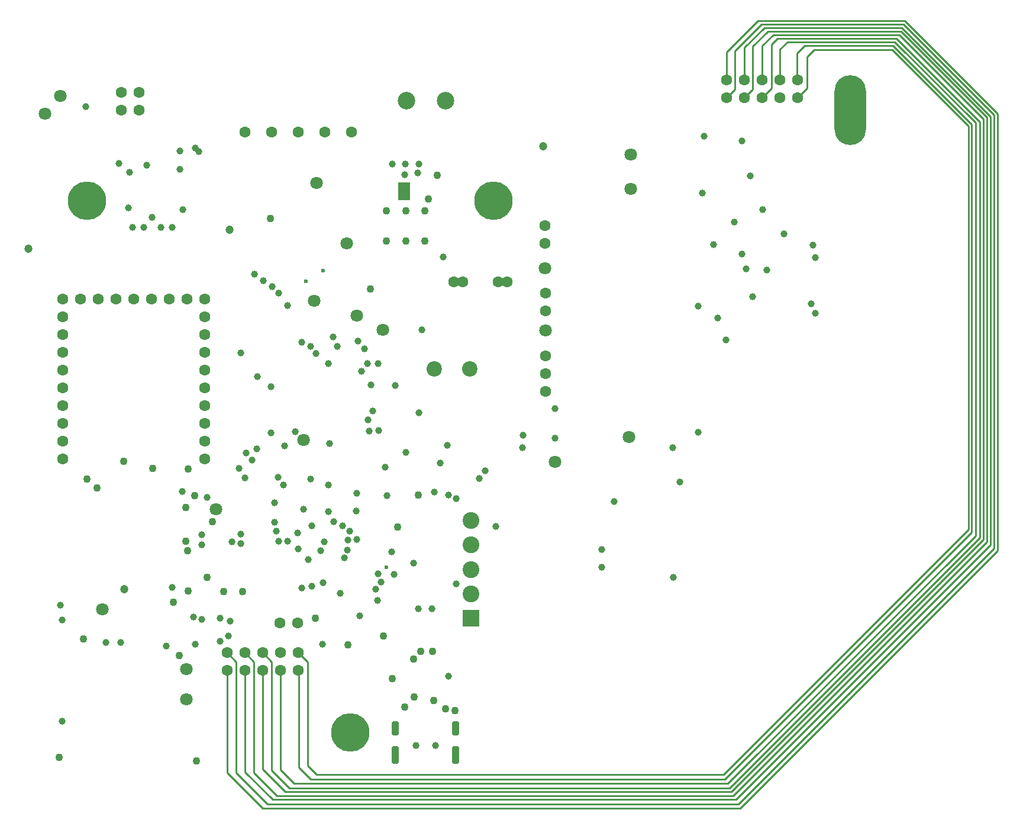
<source format=gbr>
%TF.GenerationSoftware,KiCad,Pcbnew,7.0.8*%
%TF.CreationDate,2024-06-17T23:50:33+02:00*%
%TF.ProjectId,Stima V4 Master,5374696d-6120-4563-9420-4d6173746572,rev?*%
%TF.SameCoordinates,Original*%
%TF.FileFunction,Copper,L2,Inr*%
%TF.FilePolarity,Positive*%
%FSLAX46Y46*%
G04 Gerber Fmt 4.6, Leading zero omitted, Abs format (unit mm)*
G04 Created by KiCad (PCBNEW 7.0.8) date 2024-06-17 23:50:33*
%MOMM*%
%LPD*%
G01*
G04 APERTURE LIST*
G04 Aperture macros list*
%AMRoundRect*
0 Rectangle with rounded corners*
0 $1 Rounding radius*
0 $2 $3 $4 $5 $6 $7 $8 $9 X,Y pos of 4 corners*
0 Add a 4 corners polygon primitive as box body*
4,1,4,$2,$3,$4,$5,$6,$7,$8,$9,$2,$3,0*
0 Add four circle primitives for the rounded corners*
1,1,$1+$1,$2,$3*
1,1,$1+$1,$4,$5*
1,1,$1+$1,$6,$7*
1,1,$1+$1,$8,$9*
0 Add four rect primitives between the rounded corners*
20,1,$1+$1,$2,$3,$4,$5,0*
20,1,$1+$1,$4,$5,$6,$7,0*
20,1,$1+$1,$6,$7,$8,$9,0*
20,1,$1+$1,$8,$9,$2,$3,0*%
G04 Aperture macros list end*
%TA.AperFunction,ComponentPad*%
%ADD10O,4.500000X10.000000*%
%TD*%
%TA.AperFunction,ComponentPad*%
%ADD11C,5.500000*%
%TD*%
%TA.AperFunction,ComponentPad*%
%ADD12C,1.800000*%
%TD*%
%TA.AperFunction,ComponentPad*%
%ADD13R,2.400000X2.400000*%
%TD*%
%TA.AperFunction,ComponentPad*%
%ADD14C,2.400000*%
%TD*%
%TA.AperFunction,ComponentPad*%
%ADD15C,1.600000*%
%TD*%
%TA.AperFunction,ComponentPad*%
%ADD16RoundRect,0.250000X-0.250000X0.750000X-0.250000X-0.750000X0.250000X-0.750000X0.250000X0.750000X0*%
%TD*%
%TA.AperFunction,ComponentPad*%
%ADD17RoundRect,0.250000X-0.250000X1.000000X-0.250000X-1.000000X0.250000X-1.000000X0.250000X1.000000X0*%
%TD*%
%TA.AperFunction,ComponentPad*%
%ADD18C,1.000000*%
%TD*%
%TA.AperFunction,ComponentPad*%
%ADD19C,0.600000*%
%TD*%
%TA.AperFunction,ComponentPad*%
%ADD20R,1.800000X2.600000*%
%TD*%
%TA.AperFunction,ComponentPad*%
%ADD21C,1.200000*%
%TD*%
%TA.AperFunction,ComponentPad*%
%ADD22C,2.200000*%
%TD*%
%TA.AperFunction,ComponentPad*%
%ADD23C,2.500000*%
%TD*%
%TA.AperFunction,ViaPad*%
%ADD24C,1.000000*%
%TD*%
%TA.AperFunction,ViaPad*%
%ADD25C,1.100000*%
%TD*%
%TA.AperFunction,ViaPad*%
%ADD26C,0.600000*%
%TD*%
%TA.AperFunction,ViaPad*%
%ADD27C,1.200000*%
%TD*%
%TA.AperFunction,Conductor*%
%ADD28C,0.254000*%
%TD*%
G04 APERTURE END LIST*
D10*
%TO.N,unconnected-(A3-A-Pad1)*%
%TO.C,A3*%
X204203900Y-60769980D03*
%TD*%
D11*
%TO.N,unconnected-(A4-A-Pad1)*%
%TO.C,A4*%
X94983180Y-73698100D03*
%TD*%
%TO.N,unconnected-(A1-A-Pad1)*%
%TO.C,A1*%
X153124020Y-73698100D03*
%TD*%
%TO.N,unconnected-(A2-A-Pad1)*%
%TO.C,A2*%
X132702180Y-149771100D03*
%TD*%
D12*
%TO.N,GND*%
%TO.C,GND1*%
X160541790Y-83363940D03*
%TD*%
%TO.N,PB14{slash}I2C2_SDA*%
%TO.C,TP9*%
X109233790Y-144958940D03*
%TD*%
D13*
%TO.N,Net-(FIL4-Pad2)*%
%TO.C,J5*%
X149950380Y-133411900D03*
D14*
%TO.N,Net-(FIL2-Pad2)*%
X149950380Y-129911900D03*
%TO.N,Net-(FIL5-Pad2)*%
X149950380Y-126411900D03*
%TO.N,Net-(FIL3-Pad2)*%
X149950380Y-122911900D03*
%TO.N,EGND*%
X149950380Y-119411900D03*
%TD*%
D15*
%TO.N,/Stima V4 Master_Can_RS232/USART2_RX*%
%TO.C,JP3*%
X160617260Y-95872300D03*
%TO.N,PD6{slash}232_RX*%
X160617260Y-98412300D03*
%TO.N,Net-(U9-RO1)*%
X160617260Y-100952300D03*
%TD*%
D12*
%TO.N,Net-(U1A-PE10)*%
%TO.C,TP7*%
X125997790Y-107874940D03*
%TD*%
D15*
%TO.N,+5V*%
%TO.C,J7*%
X115049180Y-140881100D03*
%TO.N,PB10{slash}I2C2_SCL*%
X115049180Y-138341100D03*
%TO.N,GND*%
X117589180Y-140881100D03*
%TO.N,PB14{slash}I2C2_SDA*%
X117589180Y-138341100D03*
%TO.N,ENC_A*%
X120129180Y-140881100D03*
%TO.N,-RES_DISP*%
X120129180Y-138341100D03*
%TO.N,ENC_B*%
X122669180Y-140881100D03*
%TO.N,unconnected-(J7-Pad8)*%
X122669180Y-138341100D03*
%TO.N,KEY1*%
X125209180Y-140881100D03*
%TO.N,EN+5VE*%
X125209180Y-138341100D03*
%TD*%
D12*
%TO.N,Net-(U1A-PA8)*%
%TO.C,MCO1*%
X113424790Y-117780940D03*
%TD*%
D16*
%TO.N,*%
%TO.C,J6*%
X139101780Y-149110700D03*
D17*
X139101780Y-152920700D03*
D18*
X142021580Y-151625300D03*
X144816780Y-151625300D03*
D17*
X147737780Y-152920700D03*
D16*
X147763180Y-149110700D03*
%TD*%
D19*
%TO.N,GND*%
%TO.C,U12*%
X139840980Y-71417500D03*
X139840980Y-72306500D03*
X139840980Y-73195500D03*
X140348980Y-71417500D03*
D20*
X140348980Y-72306500D03*
D19*
X140348980Y-73195500D03*
X140856980Y-71417500D03*
X140856980Y-72306500D03*
X140856980Y-73195500D03*
%TD*%
D12*
%TO.N,BUZZER*%
%TO.C,TP2*%
X137300790Y-92126940D03*
%TD*%
D15*
%TO.N,Net-(JP2-Pad1)*%
%TO.C,JP2*%
X102476180Y-60742500D03*
%TO.N,/Stima V4 Master_Can_RS232/CANL*%
X99936180Y-60742500D03*
%TD*%
D12*
%TO.N,+3V3D*%
%TO.C,+3V3D1*%
X172809020Y-67094100D03*
%TD*%
%TO.N,PB10{slash}I2C2_SCL*%
%TO.C,TP8*%
X109233790Y-140640940D03*
%TD*%
%TO.N,+3V3SDC*%
%TO.C,+3V3SDC1*%
X97168790Y-132131940D03*
%TD*%
%TO.N,PD6{slash}232_RX*%
%TO.C,TP6*%
X160642180Y-92240100D03*
%TD*%
D21*
%TO.N,Net-(DL1-K)*%
%TO.C,J8*%
X160261180Y-65951100D03*
%TD*%
D12*
%TO.N,CAN1_RX*%
%TO.C,TP4*%
X91173180Y-58712100D03*
%TD*%
%TO.N,+5V*%
%TO.C,+5V1*%
X132169020Y-79794100D03*
%TD*%
D15*
%TO.N,Net-(BATT1-Pad1)*%
%TO.C,BATT1*%
X160642180Y-89446100D03*
%TO.N,Net-(U1B-VBAT)*%
X160642180Y-86906100D03*
%TD*%
%TO.N,+5V*%
%TO.C,BZ1*%
X155080780Y-85268940D03*
X153810780Y-85268940D03*
%TO.N,Net-(BZ1--)*%
X148730780Y-85268940D03*
X147460780Y-85268940D03*
%TD*%
D12*
%TO.N,/Stima V4 Master_Display&SDC/+12VD*%
%TO.C,+12VD1*%
X172809020Y-72047100D03*
%TD*%
%TO.N,CAN1_TX*%
%TO.C,TP3*%
X89014180Y-61252100D03*
%TD*%
D15*
%TO.N,+5V*%
%TO.C,JP4*%
X160490020Y-79794100D03*
%TO.N,Net-(JP4-Pad2)*%
X160490020Y-77254100D03*
%TD*%
%TO.N,/Stima V4 Master_Can_RS232/CANH*%
%TO.C,JP1*%
X99936180Y-58204100D03*
%TO.N,Net-(JP1-Pad2)*%
X102476180Y-58204100D03*
%TD*%
D22*
%TO.N,Net-(C15-Pad1)*%
%TO.C,C15*%
X149746790Y-97714940D03*
%TO.N,GND*%
X144666710Y-97715020D03*
%TD*%
D23*
%TO.N,Net-(D1-A)*%
%TO.C,J9*%
X146291900Y-59372980D03*
%TO.N,EGND*%
X140703900Y-59372980D03*
%TD*%
D15*
%TO.N,+5V*%
%TO.C,U8*%
X91529020Y-110655100D03*
%TO.N,+3V3*%
X91529020Y-108115100D03*
%TO.N,SPI1_NSS*%
X91529020Y-105575100D03*
%TO.N,UPIN27_D8*%
X91529020Y-103035100D03*
%TO.N,UPIN27_D9*%
X91529020Y-100495100D03*
%TO.N,UPIN27_D10*%
X91529020Y-97955100D03*
%TO.N,SPI1_MOSI*%
X91529020Y-95415100D03*
%TO.N,SPI1_MISO*%
X91529020Y-92875100D03*
%TO.N,SPI1_CLK*%
X91529020Y-90335100D03*
%TO.N,unconnected-(U8-REF-Pad10)*%
X91529020Y-87795100D03*
%TO.N,UPIN27_PC4*%
X94069020Y-87795100D03*
%TO.N,UPIN27_PC0*%
X96609020Y-87795100D03*
%TO.N,UPIN27_PC3*%
X99149020Y-87795100D03*
%TO.N,unconnected-(U8-A3-Pad14)*%
X101689020Y-87795100D03*
%TO.N,I2C1_SDA*%
X104229020Y-87795100D03*
%TO.N,I2C1_SCL*%
X106769020Y-87795100D03*
%TO.N,unconnected-(U8-A6-Pad17)*%
X109309020Y-87795100D03*
%TO.N,unconnected-(U8-A7-Pad18)*%
X111849020Y-87795100D03*
%TO.N,/Stima V4 Master_Can_RS232/USART2_RX*%
X111849020Y-90335100D03*
%TO.N,PD5{slash}232_TX*%
X111849020Y-92875100D03*
%TO.N,USART1_RX*%
X111849020Y-95415100D03*
%TO.N,USART1_TX*%
X111849020Y-97955100D03*
%TO.N,UPIN27_D4*%
X111849020Y-100495100D03*
%TO.N,UPIN27_D5*%
X111849020Y-103035100D03*
%TO.N,UPIN27_D6*%
X111849020Y-105575100D03*
%TO.N,/Stima V4 Master_Can_RS232/RST*%
X111849020Y-108115100D03*
%TO.N,GND*%
X111849020Y-110655100D03*
%TD*%
D12*
%TO.N,+3V3*%
%TO.C,+3V3*%
X133603950Y-90146710D03*
%TD*%
D15*
%TO.N,Net-(U1B-PH3{slash}BOOT0)*%
%TO.C,BOOT1*%
X125108790Y-134036940D03*
%TO.N,+3V3*%
X122568790Y-134036940D03*
%TD*%
D12*
%TO.N,Net-(D2-K)*%
%TO.C,+5VM1*%
X127470020Y-88049100D03*
%TD*%
D15*
%TO.N,+5V*%
%TO.C,J7'1*%
X186525020Y-56426100D03*
%TO.N,PB10{slash}I2C2_SCL*%
X186525020Y-58966100D03*
%TO.N,GND*%
X189065020Y-56426100D03*
%TO.N,PB14{slash}I2C2_SDA*%
X189065020Y-58966100D03*
%TO.N,ENC_A*%
X191605020Y-56426100D03*
%TO.N,-RES_DISP*%
X191605020Y-58966100D03*
%TO.N,ENC_B*%
X194145020Y-56426100D03*
%TO.N,unconnected-(J7'1-Pad8)*%
X194145020Y-58966100D03*
%TO.N,KEY1*%
X196685020Y-56426100D03*
%TO.N,EN+5VE*%
X196685020Y-58966100D03*
%TD*%
D12*
%TO.N,PD5{slash}232_TX*%
%TO.C,TP5*%
X161938790Y-111049940D03*
%TD*%
%TO.N,EN+5VE*%
%TO.C,TP1*%
X172555020Y-107480100D03*
%TD*%
D15*
%TO.N,/Stima V4 Master_Can_RS232/CANL*%
%TO.C,J4*%
X132804020Y-63919100D03*
%TO.N,EGND*%
X128994020Y-63919100D03*
%TO.N,+AL*%
X125184020Y-63919100D03*
%TO.N,EGND*%
X121374020Y-63919100D03*
%TO.N,/Stima V4 Master_Can_RS232/CANH*%
X117564020Y-63919100D03*
%TD*%
D12*
%TO.N,+12V*%
%TO.C,+12V1*%
X127851020Y-71158100D03*
%TD*%
D24*
%TO.N,SDMMC1_CK*%
X123076790Y-114351940D03*
X123711790Y-122352940D03*
%TO.N,GND*%
X191656790Y-74981940D03*
X186398020Y-93637100D03*
D25*
X127648790Y-133401940D03*
D24*
X183020790Y-72568940D03*
D25*
X140626980Y-79438500D03*
D24*
X142481180Y-68491100D03*
X178905020Y-127546100D03*
D25*
X137832980Y-75120500D03*
X143293980Y-75120500D03*
X137832980Y-79438500D03*
D24*
X161938790Y-107620940D03*
X97676790Y-136830940D03*
D25*
X139407780Y-120383300D03*
D24*
X108318180Y-66586100D03*
X136766180Y-106591100D03*
X141745790Y-125527940D03*
X188684020Y-81318100D03*
X101474020Y-77481490D03*
D25*
X142380790Y-115748940D03*
D24*
X133998790Y-133020940D03*
X189878790Y-70155940D03*
D25*
X108217790Y-138735940D03*
D24*
X140449180Y-70013500D03*
D25*
X114567790Y-129591940D03*
D24*
X121298790Y-106858940D03*
D25*
X135559990Y-86311310D03*
X94501790Y-136322940D03*
X100216790Y-110922940D03*
X147688180Y-146596100D03*
D24*
X178778020Y-109004100D03*
X138570790Y-123876940D03*
X103506020Y-68591490D03*
X119393790Y-98857940D03*
X146545900Y-108648980D03*
X136665790Y-96952940D03*
X99555180Y-68364100D03*
X142888790Y-92126940D03*
X91199790Y-131496940D03*
X168618020Y-126149100D03*
X140576180Y-68491100D03*
X142354180Y-69761100D03*
D25*
X109106790Y-117526940D03*
D24*
X182461020Y-88811100D03*
D25*
X91046180Y-153327100D03*
D24*
X146698790Y-141656940D03*
D25*
X138697790Y-142037940D03*
X121195980Y-76263500D03*
X140626980Y-75120500D03*
D24*
X138671180Y-68491100D03*
D25*
X143293980Y-79438500D03*
D26*
X128766780Y-83729500D03*
X126328380Y-85202700D03*
D25*
X110629580Y-153809700D03*
D24*
X199225020Y-89827100D03*
X107189020Y-77481490D03*
%TO.N,EGND*%
X110985180Y-66713100D03*
X110477180Y-66205100D03*
X94856180Y-60236100D03*
D25*
%TO.N,-RESET*%
X110376790Y-115875940D03*
D24*
X129553790Y-118161940D03*
X129553790Y-114351940D03*
D25*
X109487790Y-112065940D03*
D24*
X131204790Y-129845940D03*
%TO.N,+12V*%
X108318180Y-69253100D03*
%TO.N,+5V*%
X194704790Y-78410940D03*
D27*
X86627790Y-80569940D03*
D24*
X103125020Y-77481490D03*
D27*
X115430180Y-77889100D03*
D24*
X145936790Y-81712940D03*
D27*
X100343790Y-129210940D03*
D24*
X183274790Y-64440940D03*
%TO.N,+3V3*%
X139078790Y-100127940D03*
X119266790Y-109144940D03*
D25*
X132347790Y-137211940D03*
D24*
X161938790Y-103429940D03*
X115710790Y-122479940D03*
D25*
X117234790Y-129591940D03*
D24*
X107201790Y-128956940D03*
X121298790Y-100254940D03*
D25*
X104407790Y-111938940D03*
D24*
X135395790Y-106604940D03*
X145555790Y-111176940D03*
X105538020Y-77481490D03*
D26*
X137834580Y-126122100D03*
D24*
X136538790Y-130861940D03*
X137935790Y-115875940D03*
%TO.N,+3V3D*%
X199225020Y-81826100D03*
X192279020Y-83577490D03*
D25*
%TO.N,3V3USB*%
X137427790Y-135941940D03*
X112154790Y-127559940D03*
D24*
%TO.N,EN+5VE*%
X188684020Y-65189100D03*
X132347790Y-122225940D03*
X187592790Y-76759940D03*
X182461020Y-106845100D03*
%TO.N,ENC_A*%
X131839790Y-124765940D03*
X170396020Y-116751100D03*
%TO.N,ENC_B*%
X179794020Y-113957100D03*
X132220790Y-123622940D03*
%TO.N,KEY1*%
X133617790Y-122098940D03*
X168618020Y-123609100D03*
X128664790Y-137084940D03*
%TO.N,SDMMC1_D3*%
X122314790Y-113208940D03*
X115202790Y-135941940D03*
X115456790Y-133782940D03*
X122441790Y-122352940D03*
%TO.N,SDMMC1_D0*%
X111392790Y-122860940D03*
X121806790Y-119685940D03*
X111392790Y-133592440D03*
%TO.N,+3V3SDC*%
X99835790Y-136830940D03*
X106312790Y-137402440D03*
X91453790Y-133655940D03*
%TO.N,/Stima V4 Master_Display&SDC/+12VD*%
X185255020Y-90462100D03*
X198590020Y-88430100D03*
X184671790Y-79934940D03*
%TO.N,Net-(U1B-VBAT)*%
X138951790Y-127115440D03*
D25*
%TO.N,Net-(FIL7-VBUS{slash}ID)*%
X144412790Y-138100940D03*
X146291180Y-146342100D03*
X140449180Y-146088100D03*
%TO.N,Net-(U12-BIAS)*%
X143801980Y-73469500D03*
X145071980Y-70040500D03*
D24*
%TO.N,-RES_DISP*%
X198844020Y-80048100D03*
X118631790Y-110795940D03*
%TO.N,PB10{slash}I2C2_SCL*%
X189319020Y-83477100D03*
X116726790Y-111938940D03*
%TO.N,PB14{slash}I2C2_SDA*%
X117615790Y-113335940D03*
X117742790Y-109779940D03*
X190208020Y-87414100D03*
%TO.N,Net-(U9-DO1)*%
X142380790Y-132004940D03*
X157366790Y-107239940D03*
%TO.N,Net-(U9-DO2)*%
X152006900Y-112331980D03*
X153505020Y-120307100D03*
%TO.N,Net-(U9-RIN1)*%
X157315020Y-109004100D03*
X144386900Y-132016980D03*
%TO.N,Net-(U9-RIN2)*%
X147815900Y-128460980D03*
X151092020Y-113449100D03*
%TO.N,SD_DTC*%
X110503790Y-137084940D03*
X91427180Y-148120100D03*
X108598790Y-115240940D03*
%TO.N,SDMMC1_D2*%
X114059790Y-133401940D03*
X114059790Y-136703940D03*
%TO.N,SDMMC1_D1*%
X112154790Y-116129940D03*
X110249790Y-133211440D03*
D25*
%TO.N,Net-(FIL7-IN1-)*%
X141846180Y-144691100D03*
X144640180Y-145199100D03*
D24*
%TO.N,PA11{slash}USB_DM*%
X116980790Y-121336940D03*
D25*
X142761790Y-138100940D03*
D24*
%TO.N,PA12{slash}USB_DP*%
X116980790Y-122733940D03*
D25*
X141745790Y-139243940D03*
D24*
%TO.N,/Stima V4 Master_Cpu/PB3{slash}SWO*%
X111392790Y-121463940D03*
X127140790Y-120193940D03*
D25*
%TO.N,/Stima V4 Master_Cpu/USART4_TX*%
X109106790Y-122352940D03*
D24*
X125997790Y-117780940D03*
D25*
%TO.N,/Stima V4 Master_Cpu/PA14{slash}SWCLK*%
X109487790Y-129464940D03*
X109360790Y-123749940D03*
%TO.N,/Stima V4 Master_Cpu/USART4_RX*%
X112916790Y-119558940D03*
D24*
X121806790Y-116891940D03*
%TO.N,PD6{slash}232_RX*%
X136665790Y-127051940D03*
X142481180Y-104051100D03*
X128791790Y-128321940D03*
%TO.N,BUZZER*%
X140602790Y-109652940D03*
%TO.N,/Stima V4 Master_Cpu/PA2{slash}F_-CS*%
X135649790Y-100000940D03*
X137655180Y-111798100D03*
%TO.N,CAN1_TX*%
X120231020Y-85128100D03*
X100952180Y-74714100D03*
X125235790Y-123495940D03*
%TO.N,CAN1_RX*%
X121501020Y-86017100D03*
X104268020Y-76084490D03*
X125108790Y-121209940D03*
%TO.N,PD5{slash}232_TX*%
X126632790Y-125019940D03*
X144666790Y-115367940D03*
X125743790Y-93904940D03*
X127013790Y-113462940D03*
%TO.N,UPIN27_PC0*%
X133744790Y-93777940D03*
X133490790Y-118034940D03*
%TO.N,UPIN27_PC3*%
X133617790Y-115494940D03*
X134709020Y-94907100D03*
%TO.N,SPI1_NSS*%
X135242180Y-105067100D03*
X134252790Y-98095940D03*
%TO.N,SPI1_CLK*%
X135877180Y-103797100D03*
X135141790Y-96952940D03*
%TO.N,UPIN27_PC4*%
X123660020Y-88684100D03*
X129680790Y-108382940D03*
%TO.N,EN_CAN*%
X122390020Y-86906100D03*
X108699180Y-74968100D03*
X124803020Y-106718100D03*
%TO.N,STB_CAN*%
X101079180Y-69634100D03*
X123279020Y-108750100D03*
X118961020Y-84239100D03*
D25*
%TO.N,UPIN27_D8*%
X95009790Y-113462940D03*
%TO.N,UPIN27_D9*%
X96406790Y-114732940D03*
D24*
%TO.N,USART1_RX*%
X122060790Y-120955940D03*
X116980790Y-95428940D03*
D25*
%TO.N,UPIN27_D10*%
X107328790Y-131115940D03*
D24*
%TO.N,PD3{slash}232_CTS*%
X136284790Y-129210940D03*
X147841790Y-116256940D03*
X125743790Y-129083940D03*
%TO.N,PD4{slash}232_RTS*%
X146698790Y-115748940D03*
X127140790Y-128829940D03*
X137046790Y-128194940D03*
%TO.N,SPI1_MISO*%
X128410790Y-123749940D03*
X127013790Y-94539940D03*
%TO.N,SPI1_MOSI*%
X127775790Y-95555940D03*
X128918790Y-122479940D03*
%TO.N,USART1_TX*%
X129553790Y-96952940D03*
X130315790Y-119558940D03*
%TO.N,I2C1_SDA*%
X130188790Y-93142940D03*
X131585790Y-120193940D03*
%TO.N,I2C1_SCL*%
X130823790Y-94539940D03*
X132601790Y-120955940D03*
%TD*%
D28*
%TO.N,GND*%
X189065020Y-56426100D02*
X189065020Y-51792710D01*
X117615790Y-155372940D02*
X117615790Y-140907710D01*
X121552790Y-159309940D02*
X187846790Y-159309940D01*
X117589180Y-140881100D02*
X117615790Y-140907710D01*
X189065020Y-51792710D02*
X191910790Y-48946940D01*
X187846790Y-159309940D02*
X224295790Y-122860940D01*
X224295790Y-122860940D02*
X224295790Y-61646940D01*
X191910790Y-48946940D02*
X211595790Y-48946940D01*
X211595790Y-48946940D02*
X224295790Y-61646940D01*
X117615790Y-155372940D02*
X121552790Y-159309940D01*
%TO.N,+5V*%
X120143020Y-160579940D02*
X188481790Y-160579940D01*
X211976790Y-47930940D02*
X225311790Y-61265940D01*
X115049180Y-155486100D02*
X115049180Y-140881100D01*
X186525020Y-56426100D02*
X186525020Y-52427710D01*
X191021790Y-47930940D02*
X211976790Y-47930940D01*
X115049180Y-155486100D02*
X120143020Y-160579940D01*
X225311790Y-123749940D02*
X225311790Y-61265940D01*
X186525020Y-52427710D02*
X191021790Y-47930940D01*
X188481790Y-160579940D02*
X225311790Y-123749940D01*
%TO.N,EN+5VE*%
X199047950Y-52121940D02*
X210223950Y-52121940D01*
X198031950Y-53137940D02*
X199047950Y-52121940D01*
X127800950Y-155753940D02*
X186093950Y-155753940D01*
X198031950Y-57644330D02*
X198031950Y-53137940D01*
X196710180Y-58966100D02*
X198031950Y-57644330D01*
X221145950Y-120701940D02*
X221145950Y-63043940D01*
X210223950Y-52121940D02*
X221145950Y-63043940D01*
X126530950Y-154483940D02*
X126530950Y-139637710D01*
X186093950Y-155753940D02*
X221145950Y-120701940D01*
X126530950Y-154483940D02*
X127800950Y-155753940D01*
X125234340Y-138341100D02*
X126530950Y-139637710D01*
%TO.N,ENC_A*%
X223279790Y-122098940D02*
X223279790Y-62027940D01*
X123330790Y-158166940D02*
X187211790Y-158166940D01*
X193180790Y-49962940D02*
X211214790Y-49962940D01*
X191605020Y-56426100D02*
X191605020Y-51538710D01*
X120155790Y-154991940D02*
X120155790Y-140907710D01*
X187211790Y-158166940D02*
X223279790Y-122098940D01*
X120155790Y-154991940D02*
X123330790Y-158166940D01*
X191605020Y-51538710D02*
X193180790Y-49962940D01*
X120129180Y-140881100D02*
X120155790Y-140907710D01*
X211214790Y-49962940D02*
X223279790Y-62027940D01*
%TO.N,ENC_B*%
X195212790Y-50978940D02*
X210579790Y-50978940D01*
X122669180Y-155092330D02*
X124600790Y-157023940D01*
X210579790Y-50978940D02*
X222136790Y-62535940D01*
X124600790Y-157023940D02*
X186703790Y-157023940D01*
X122669180Y-155092330D02*
X122669180Y-140881100D01*
X186703790Y-157023940D02*
X222136790Y-121590940D01*
X194145020Y-52046710D02*
X195212790Y-50978940D01*
X222136790Y-121590940D02*
X222136790Y-62535940D01*
X194145020Y-56426100D02*
X194145020Y-52046710D01*
%TO.N,KEY1*%
X125209180Y-140881100D02*
X125323790Y-140881100D01*
X196584630Y-52629940D02*
X197727630Y-51486940D01*
X186297630Y-156388940D02*
X221603630Y-121082940D01*
X210300630Y-51486940D02*
X221603630Y-62789940D01*
X221603630Y-121082940D02*
X221603630Y-62789940D01*
X196584630Y-56350870D02*
X196659860Y-56426100D01*
X125337630Y-154750700D02*
X126975860Y-156388940D01*
X126975860Y-156388940D02*
X186297630Y-156388940D01*
X197727630Y-51486940D02*
X210300630Y-51486940D01*
X125337630Y-154750700D02*
X125337630Y-140894940D01*
X196584630Y-56350870D02*
X196584630Y-52629940D01*
X125323790Y-140881100D02*
X125337630Y-140894940D01*
X125184020Y-140881100D02*
X125209180Y-140881100D01*
%TO.N,-RES_DISP*%
X186957790Y-157658940D02*
X222771790Y-121844940D01*
X192926790Y-57644330D02*
X192926790Y-51359940D01*
X120129180Y-138341100D02*
X121425790Y-139637710D01*
X191605020Y-58966100D02*
X192926790Y-57644330D01*
X121425790Y-155118940D02*
X121425790Y-139637710D01*
X123965790Y-157658940D02*
X186957790Y-157658940D01*
X193815790Y-50470940D02*
X210833790Y-50470940D01*
X192926790Y-51359940D02*
X193815790Y-50470940D01*
X222771790Y-121844940D02*
X222771790Y-62408940D01*
X121425790Y-155118940D02*
X123965790Y-157658940D01*
X210833790Y-50470940D02*
X222771790Y-62408940D01*
%TO.N,PB10{slash}I2C2_SCL*%
X120778020Y-159944940D02*
X188227790Y-159944940D01*
X187719790Y-57771330D02*
X187719790Y-52248940D01*
X187719790Y-52248940D02*
X191529790Y-48438940D01*
X186525020Y-58966100D02*
X187719790Y-57771330D01*
X224803790Y-123368940D02*
X224803790Y-61392940D01*
X188227790Y-159944940D02*
X224803790Y-123368940D01*
X191529790Y-48438940D02*
X211849790Y-48438940D01*
X115049180Y-138341100D02*
X116345790Y-139637710D01*
X211849790Y-48438940D02*
X224803790Y-61392940D01*
X116345790Y-155512700D02*
X120778020Y-159944940D01*
X116345790Y-155512700D02*
X116345790Y-139637710D01*
%TO.N,PB14{slash}I2C2_SDA*%
X190259790Y-57771330D02*
X190259790Y-51613940D01*
X223787790Y-122479940D02*
X223787790Y-61773940D01*
X211468790Y-49454940D02*
X223787790Y-61773940D01*
X190259790Y-51613940D02*
X192418790Y-49454940D01*
X192418790Y-49454940D02*
X211468790Y-49454940D01*
X118885790Y-155499940D02*
X118885790Y-139637710D01*
X189065020Y-58966100D02*
X190259790Y-57771330D01*
X122187790Y-158801940D02*
X187465790Y-158801940D01*
X117589180Y-138341100D02*
X118885790Y-139637710D01*
X118885790Y-155499940D02*
X122187790Y-158801940D01*
X187465790Y-158801940D02*
X223787790Y-122479940D01*
%TD*%
M02*

</source>
